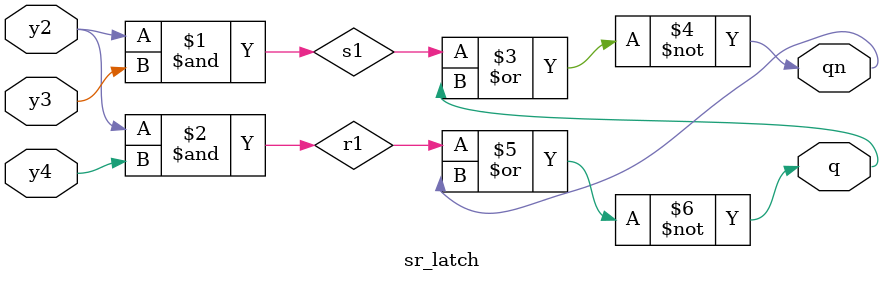
<source format=v>
`timescale 1ns / 1ps

module d_flipFlop(d,c,q,qn);
	input d,c;
	output q,qn;
	wire y1,y2,y3,y4;

	not (y1,c);
	not (y2,y1);

	d_latch DL(d,y1,y3,y4);
	sr_latch SR(y2,y3,y4,q,qn);
endmodule

module d_latch(d,y1,y3,y4);
	input d,y1;
	output y3,y4;
	wire dn,d1,dn1;

	not (dn,d);
	and (d1,y1,d);
	and (dn1,y1,dn);
	nor (y3,d1,y4);
	nor (y4,dn1,y3);
endmodule

module sr_latch(y2,y3,y4,q,qn);
	input y2,y3,y4;
	output q,qn;
	wire s1,r1;

	and (s1,y2,y3);
	and (r1,y2,y4);
	nor (qn,s1,q);
	nor (q,r1,qn);
endmodule



</source>
